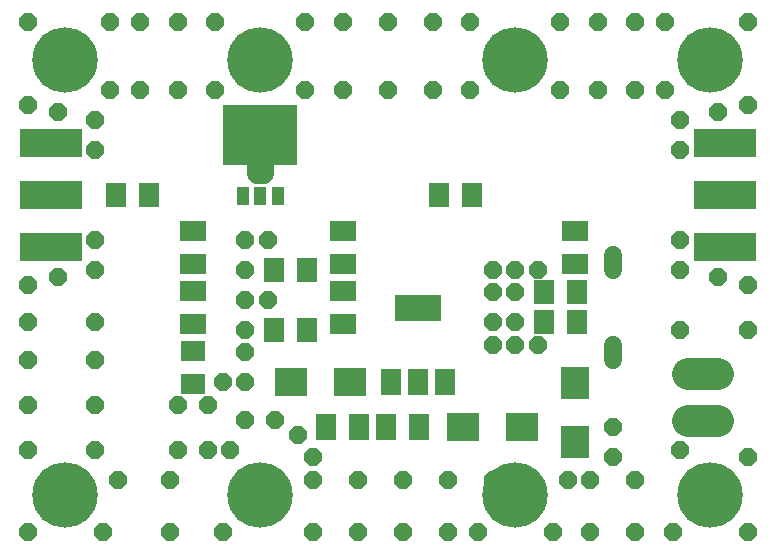
<source format=gts>
G75*
%MOIN*%
%OFA0B0*%
%FSLAX25Y25*%
%IPPOS*%
%LPD*%
%AMOC8*
5,1,8,0,0,1.08239X$1,22.5*
%
%ADD10R,0.25000X0.20000*%
%ADD11R,0.09461X0.11036*%
%ADD12R,0.07099X0.07887*%
%ADD13R,0.11036X0.09461*%
%ADD14R,0.07887X0.07099*%
%ADD15C,0.06000*%
%ADD16R,0.06700X0.08700*%
%ADD17R,0.15800X0.08700*%
%ADD18C,0.10700*%
%ADD19R,0.07099X0.08674*%
%ADD20R,0.08674X0.07099*%
%ADD21R,0.03950X0.06312*%
%ADD22C,0.06600*%
%ADD23R,0.03937X0.06299*%
%ADD24R,0.20800X0.09800*%
%ADD25C,0.21800*%
%ADD26OC8,0.05800*%
D10*
X0118506Y0176433D03*
D11*
X0223506Y0093776D03*
X0223506Y0074091D03*
D12*
X0224018Y0113933D03*
X0212994Y0113933D03*
X0212994Y0123933D03*
X0224018Y0123933D03*
X0189018Y0156433D03*
X0177994Y0156433D03*
X0134018Y0131433D03*
X0122994Y0131433D03*
X0122994Y0111433D03*
X0134018Y0111433D03*
X0081518Y0156433D03*
X0070494Y0156433D03*
D13*
X0128664Y0093933D03*
X0148349Y0093933D03*
X0186164Y0078933D03*
X0205849Y0078933D03*
D14*
X0096006Y0093421D03*
X0096006Y0104445D03*
D15*
X0236006Y0106533D02*
X0236006Y0101333D01*
X0236006Y0131333D02*
X0236006Y0136533D01*
D16*
X0180106Y0094033D03*
X0171106Y0094033D03*
X0162106Y0094033D03*
D17*
X0171006Y0118833D03*
D18*
X0261056Y0096733D02*
X0270956Y0096733D01*
X0270956Y0081133D02*
X0261056Y0081133D01*
D19*
X0171518Y0078933D03*
X0160494Y0078933D03*
X0151518Y0078933D03*
X0140494Y0078933D03*
D20*
X0146006Y0113421D03*
X0146006Y0124445D03*
X0146006Y0133421D03*
X0146006Y0144445D03*
X0096006Y0144445D03*
X0096006Y0133421D03*
X0096006Y0124445D03*
X0096006Y0113421D03*
X0223506Y0133421D03*
X0223506Y0144445D03*
D21*
X0124408Y0156134D03*
X0112605Y0156134D03*
D22*
X0117406Y0163349D02*
X0119606Y0163349D01*
X0117406Y0163349D02*
X0117406Y0171919D01*
X0119606Y0171919D01*
X0119606Y0163349D01*
X0119606Y0169948D02*
X0117406Y0169948D01*
D23*
X0118506Y0156138D03*
D24*
X0048606Y0156433D03*
X0048606Y0139033D03*
X0048606Y0173833D03*
X0273406Y0173833D03*
X0273406Y0156433D03*
X0273406Y0139033D03*
D25*
X0268506Y0201433D03*
X0203506Y0201433D03*
X0118506Y0201433D03*
X0053506Y0201433D03*
X0053506Y0056433D03*
X0118506Y0056433D03*
X0203506Y0056433D03*
X0268506Y0056433D03*
D26*
X0041006Y0043933D03*
X0066006Y0043933D03*
X0088506Y0043933D03*
X0106006Y0043933D03*
X0088506Y0061433D03*
X0091006Y0071433D03*
X0101006Y0071433D03*
X0108506Y0071433D03*
X0113506Y0081433D03*
X0123506Y0081433D03*
X0131006Y0076433D03*
X0136006Y0068933D03*
X0136006Y0061433D03*
X0151006Y0061433D03*
X0166006Y0061433D03*
X0181006Y0061433D03*
X0196006Y0061433D03*
X0221006Y0061433D03*
X0228506Y0061433D03*
X0236006Y0068933D03*
X0243506Y0061433D03*
X0258506Y0071433D03*
X0281006Y0068933D03*
X0281006Y0043933D03*
X0256006Y0043933D03*
X0243506Y0043933D03*
X0228506Y0043933D03*
X0216006Y0043933D03*
X0191006Y0043933D03*
X0181006Y0043933D03*
X0166006Y0043933D03*
X0151006Y0043933D03*
X0136006Y0043933D03*
X0101006Y0086433D03*
X0091006Y0086433D03*
X0106006Y0093933D03*
X0113506Y0093933D03*
X0113506Y0103933D03*
X0113506Y0111433D03*
X0113506Y0111433D03*
X0113506Y0121433D03*
X0121006Y0121433D03*
X0113506Y0131433D03*
X0113506Y0141433D03*
X0121006Y0141433D03*
X0126006Y0171433D03*
X0126006Y0181433D03*
X0118506Y0181433D03*
X0111006Y0181433D03*
X0103506Y0191433D03*
X0091006Y0191433D03*
X0078506Y0191433D03*
X0068506Y0191433D03*
X0063506Y0181433D03*
X0051006Y0183933D03*
X0041006Y0186433D03*
X0063506Y0171433D03*
X0063506Y0141433D03*
X0063506Y0131433D03*
X0051006Y0128933D03*
X0041006Y0126433D03*
X0041006Y0113933D03*
X0041006Y0101433D03*
X0041006Y0086433D03*
X0041006Y0071433D03*
X0063506Y0071433D03*
X0071006Y0061433D03*
X0063506Y0086433D03*
X0063506Y0101433D03*
X0063506Y0113933D03*
X0111006Y0171433D03*
X0133506Y0191433D03*
X0146006Y0191433D03*
X0161006Y0191433D03*
X0176006Y0191433D03*
X0188506Y0191433D03*
X0218506Y0191433D03*
X0231006Y0191433D03*
X0243506Y0191433D03*
X0253506Y0191433D03*
X0258506Y0181433D03*
X0271006Y0183933D03*
X0281006Y0186433D03*
X0258506Y0171433D03*
X0258506Y0141433D03*
X0258506Y0131433D03*
X0271006Y0128933D03*
X0281006Y0126433D03*
X0281006Y0111433D03*
X0258506Y0111433D03*
X0236006Y0078933D03*
X0211006Y0106433D03*
X0203506Y0106433D03*
X0196006Y0106433D03*
X0196006Y0113933D03*
X0203506Y0113933D03*
X0203506Y0123933D03*
X0196006Y0123933D03*
X0196006Y0131433D03*
X0203506Y0131433D03*
X0211006Y0131433D03*
X0218506Y0213933D03*
X0231006Y0213933D03*
X0243506Y0213933D03*
X0253506Y0213933D03*
X0281006Y0213933D03*
X0188506Y0213933D03*
X0176006Y0213933D03*
X0161006Y0213933D03*
X0146006Y0213933D03*
X0133506Y0213933D03*
X0103506Y0213933D03*
X0091006Y0213933D03*
X0078506Y0213933D03*
X0068506Y0213933D03*
X0041006Y0213933D03*
M02*

</source>
